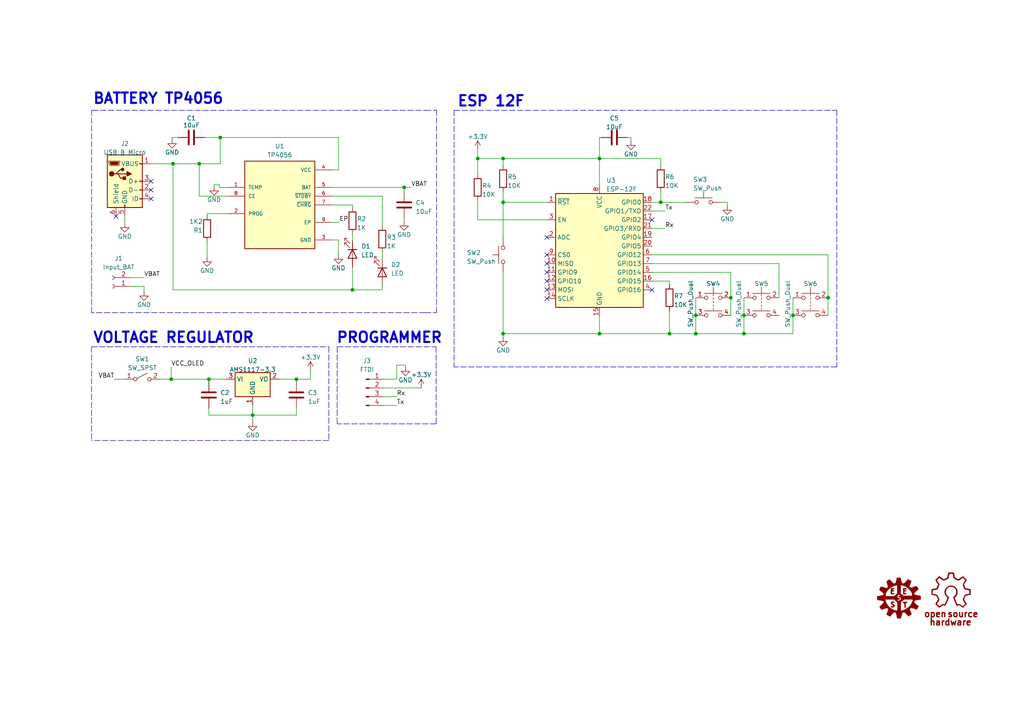
<source format=kicad_sch>
(kicad_sch (version 20230121) (generator eeschema)
  (paper "A4")
  (lib_symbols
    (symbol "Connector:Conn_01x02_Socket" (pin_names (offset 1.016) hide)
      (property "Reference" "J" (at 0 2.54 0))
      (property "Value" "Conn_01x02_Socket" (at 0 -5.08 0))
      (symbol "Conn_01x02_Socket_1_1"
        (arc (start 0 -2.032) (mid -0.5058 -2.54) (end 0 -3.048) (stroke (width 0.1524)))
        (polyline (pts (xy -1.27 -2.54) (xy -0.508 -2.54)) (stroke (width 0.1524)))
        (polyline (pts (xy -1.27 0) (xy -0.508 0)) (stroke (width 0.1524)))
        (arc (start 0 0.508) (mid -0.5058 0) (end 0 -0.508) (stroke (width 0.1524)))
        (pin passive line (at -5.08 0 0) (length 3.81) (name "Pin_1") (number "1"))
        (pin passive line (at -5.08 -2.54 0) (length 3.81) (name "Pin_2") (number "2"))
      )
    )
    (symbol "Connector:Conn_01x04_Pin" (pin_names (offset 1.016) hide)
      (property "Reference" "J" (at 0 5.08 0))
      (property "Value" "Conn_01x04_Pin" (at 0 -7.62 0))
      (symbol "Conn_01x04_Pin_1_1"
        (polyline (pts (xy 1.27 -5.08) (xy 0.8636 -5.08)) (stroke (width 0.1524)))
        (polyline (pts (xy 1.27 -2.54) (xy 0.8636 -2.54)) (stroke (width 0.1524)))
        (polyline (pts (xy 1.27 0) (xy 0.8636 0)) (stroke (width 0.1524)))
        (polyline (pts (xy 1.27 2.54) (xy 0.8636 2.54)) (stroke (width 0.1524)))
        (rectangle (start 0.8636 -4.953) (end 0 -5.207) (stroke (width 0.1524)) (fill (type outline)))
        (rectangle (start 0.8636 -2.413) (end 0 -2.667) (stroke (width 0.1524)) (fill (type outline)))
        (rectangle (start 0.8636 0.127) (end 0 -0.127) (stroke (width 0.1524)) (fill (type outline)))
        (rectangle (start 0.8636 2.667) (end 0 2.413) (stroke (width 0.1524)) (fill (type outline)))
        (pin passive line (at 5.08 2.54 180) (length 3.81) (name "Pin_1") (number "1"))
        (pin passive line (at 5.08 0 180) (length 3.81) (name "Pin_2") (number "2"))
        (pin passive line (at 5.08 -2.54 180) (length 3.81) (name "Pin_3") (number "3"))
        (pin passive line (at 5.08 -5.08 180) (length 3.81) (name "Pin_4") (number "4"))
      )
    )
    (symbol "Connector:USB_B_Micro" (pin_names (offset 1.016))
      (property "Reference" "J" (at -5.08 11.43 0))
      (property "Value" "USB_B_Micro" (at -5.08 8.89 0))
      (symbol "USB_B_Micro_0_1"
        (rectangle (start -5.08 -7.62) (end 5.08 7.62) (stroke (width 0.254)) (fill (type background)))
        (circle (center -3.81 2.159) (radius 0.635) (stroke (width 0.254)) (fill (type outline)))
        (circle (center -0.635 3.429) (radius 0.381) (stroke (width 0.254)) (fill (type outline)))
        (rectangle (start -0.127 -7.62) (end 0.127 -6.858))
        (polyline (pts (xy -1.905 2.159) (xy 0.635 2.159)) (stroke (width 0.254)))
        (polyline (pts (xy -3.175 2.159) (xy -2.54 2.159) (xy -1.27 3.429) (xy -0.635 3.429)) (stroke (width 0.254)))
        (polyline (pts (xy -2.54 2.159) (xy -1.905 2.159) (xy -1.27 0.889) (xy 0 0.889)) (stroke (width 0.254)))
        (polyline (pts (xy 0.635 2.794) (xy 0.635 1.524) (xy 1.905 2.159) (xy 0.635 2.794)) (stroke (width 0.254)) (fill (type outline)))
        (polyline (pts (xy -4.318 5.588) (xy -1.778 5.588) (xy -2.032 4.826) (xy -4.064 4.826) (xy -4.318 5.588)) (fill (type outline)))
        (polyline (pts (xy -4.699 5.842) (xy -4.699 5.588) (xy -4.445 4.826) (xy -4.445 4.572) (xy -1.651 4.572) (xy -1.651 4.826) (xy -1.397 5.588) (xy -1.397 5.842) (xy -4.699 5.842)))
        (rectangle (start 0.254 1.27) (end -0.508 0.508) (stroke (width 0.254)) (fill (type outline)))
        (rectangle (start 5.08 -5.207) (end 4.318 -4.953))
        (rectangle (start 5.08 -2.667) (end 4.318 -2.413))
        (rectangle (start 5.08 -0.127) (end 4.318 0.127))
        (rectangle (start 5.08 4.953) (end 4.318 5.207))
      )
      (symbol "USB_B_Micro_1_1"
        (pin power_out line (at 7.62 5.08 180) (length 2.54) (name "VBUS") (number "1"))
        (pin bidirectional line (at 7.62 -2.54 180) (length 2.54) (name "D-") (number "2"))
        (pin bidirectional line (at 7.62 0 180) (length 2.54) (name "D+") (number "3"))
        (pin passive line (at 7.62 -5.08 180) (length 2.54) (name "ID") (number "4"))
        (pin power_out line (at 0 -10.16 90) (length 2.54) (name "GND") (number "5"))
        (pin passive line (at -2.54 -10.16 90) (length 2.54) (name "Shield") (number "6"))
      )
    )
    (symbol "Device:C" (pin_numbers hide) (pin_names (offset 0.254))
      (property "Reference" "C" (at 0.635 2.54 0))
      (property "Value" "C" (at 0.635 -2.54 0))
      (symbol "C_0_1"
        (polyline (pts (xy -2.032 -0.762) (xy 2.032 -0.762)) (stroke (width 0.508)))
        (polyline (pts (xy -2.032 0.762) (xy 2.032 0.762)) (stroke (width 0.508)))
      )
      (symbol "C_1_1"
        (pin passive line (at 0 3.81 270) (length 2.794) (name "~") (number "1"))
        (pin passive line (at 0 -3.81 90) (length 2.794) (name "~") (number "2"))
      )
    )
    (symbol "Device:LED" (pin_numbers hide) (pin_names (offset 1.016) hide)
      (property "Reference" "D" (at 0 2.54 0))
      (property "Value" "LED" (at 0 -2.54 0))
      (symbol "LED_0_1"
        (polyline (pts (xy -1.27 -1.27) (xy -1.27 1.27)) (stroke (width 0.254)))
        (polyline (pts (xy -1.27 0) (xy 1.27 0)))
        (polyline (pts (xy 1.27 -1.27) (xy 1.27 1.27) (xy -1.27 0) (xy 1.27 -1.27)) (stroke (width 0.254)))
        (polyline (pts (xy -3.048 -0.762) (xy -4.572 -2.286) (xy -3.81 -2.286) (xy -4.572 -2.286) (xy -4.572 -1.524)))
        (polyline (pts (xy -1.778 -0.762) (xy -3.302 -2.286) (xy -2.54 -2.286) (xy -3.302 -2.286) (xy -3.302 -1.524)))
      )
      (symbol "LED_1_1"
        (pin passive line (at -3.81 0 0) (length 2.54) (name "K") (number "1"))
        (pin passive line (at 3.81 0 180) (length 2.54) (name "A") (number "2"))
      )
    )
    (symbol "Device:R" (pin_numbers hide) (pin_names (offset 0))
      (property "Reference" "R" (at 2.032 0 90))
      (property "Value" "R" (at 0 0 90))
      (symbol "R_0_1"
        (rectangle (start -1.016 -2.54) (end 1.016 2.54) (stroke (width 0.254)))
      )
      (symbol "R_1_1"
        (pin passive line (at 0 3.81 270) (length 1.27) (name "~") (number "1"))
        (pin passive line (at 0 -3.81 90) (length 1.27) (name "~") (number "2"))
      )
    )
    (symbol "EESTN5-v2:LOGO_ROTULO" (pin_names (offset 1.016))
      (symbol "LOGO_ROTULO_0_0"
        (polyline (pts (xy 1.8034 -2.921) (xy 1.8796 -2.8194) (xy 1.905 -2.6162) (xy 1.9304 -2.2352) (xy 1.9304 -1.7272) (xy 1.9558 -1.5748) (xy 2.032 -1.524) (xy 2.1844 -1.524) (xy 2.3368 -1.4732) (xy 2.4384 -1.3716) (xy 2.413 -1.3208) (xy 2.3368 -1.2446) (xy 2.1336 -1.2192) (xy 1.2954 -1.2192) (xy 1.143 -1.27) (xy 1.1176 -1.3716) (xy 1.143 -1.4478) (xy 1.3716 -1.524) (xy 1.4224 -1.524) (xy 1.524 -1.5494) (xy 1.5748 -1.6256) (xy 1.6002 -1.8542) (xy 1.6256 -2.2352) (xy 1.6256 -2.7432) (xy 1.6764 -2.8956) (xy 1.778 -2.9464) (xy 1.8034 -2.921)) (stroke (width 0.0254)) (fill (type outline)))
        (polyline (pts (xy -1.5748 1.0414) (xy -1.397 1.0922) (xy -1.3208 1.1684) (xy -1.3462 1.1938) (xy -1.4224 1.2954) (xy -1.6764 1.3208) (xy -1.905 1.3462) (xy -2.0066 1.4224) (xy -2.032 1.5748) (xy -2.032 1.7018) (xy -1.9558 1.8034) (xy -1.7272 1.8288) (xy -1.524 1.8796) (xy -1.4224 1.9812) (xy -1.4986 2.1082) (xy -1.7272 2.1336) (xy -1.9558 2.1844) (xy -2.032 2.286) (xy -2.032 2.3114) (xy -1.9558 2.413) (xy -1.6764 2.4384) (xy -1.651 2.4638) (xy -1.4224 2.4892) (xy -1.3208 2.5908) (xy -1.3716 2.6924) (xy -1.524 2.7432) (xy -2.3368 2.7432) (xy -2.3368 1.016) (xy -1.8288 1.016) (xy -1.5748 1.0414)) (stroke (width 0.0254)) (fill (type outline)))
        (polyline (pts (xy 1.9812 1.0414) (xy 2.159 1.0922) (xy 2.2352 1.1684) (xy 2.2098 1.1938) (xy 2.1336 1.2954) (xy 1.8796 1.3208) (xy 1.651 1.3462) (xy 1.5494 1.4224) (xy 1.524 1.5748) (xy 1.524 1.7018) (xy 1.6002 1.8034) (xy 1.8288 1.8288) (xy 2.032 1.8796) (xy 2.1336 1.9812) (xy 2.0574 2.1082) (xy 1.8288 2.1336) (xy 1.6002 2.1844) (xy 1.524 2.286) (xy 1.524 2.3114) (xy 1.6002 2.413) (xy 1.8796 2.4384) (xy 1.905 2.4638) (xy 2.1336 2.4892) (xy 2.2352 2.5908) (xy 2.1844 2.6924) (xy 2.032 2.7432) (xy 1.2192 2.7432) (xy 1.2192 1.016) (xy 1.7272 1.016) (xy 1.9812 1.0414)) (stroke (width 0.0254)) (fill (type outline)))
        (polyline (pts (xy -1.6256 -2.7686) (xy -1.4224 -2.667) (xy -1.27 -2.4892) (xy -1.2446 -2.2606) (xy -1.397 -2.0066) (xy -1.778 -1.778) (xy -1.905 -1.6764) (xy -2.032 -1.524) (xy -2.032 -1.4478) (xy -1.9304 -1.4224) (xy -1.4732 -1.4732) (xy -1.3716 -1.4478) (xy -1.3462 -1.3208) (xy -1.4732 -1.1684) (xy -1.7272 -1.1176) (xy -1.9812 -1.143) (xy -2.1844 -1.27) (xy -2.2606 -1.3208) (xy -2.3368 -1.5748) (xy -2.2352 -1.8288) (xy -1.9304 -2.032) (xy -1.6764 -2.2098) (xy -1.6002 -2.3368) (xy -1.6764 -2.4384) (xy -1.9558 -2.4638) (xy -1.9812 -2.4638) (xy -2.2606 -2.4892) (xy -2.3622 -2.6162) (xy -2.286 -2.7686) (xy -2.159 -2.8194) (xy -1.905 -2.8194) (xy -1.6256 -2.7686)) (stroke (width 0.0254)) (fill (type outline)))
        (polyline (pts (xy 0.762 -5.1816) (xy 0.8128 -4.953) (xy 0.9144 -4.6228) (xy 0.9906 -4.445) (xy 1.0922 -4.318) (xy 1.2446 -4.2418) (xy 1.3716 -4.2164) (xy 1.524 -4.2164) (xy 1.6764 -4.2926) (xy 1.8796 -4.4704) (xy 2.794 -5.3848) (xy 3.2258 -5.1054) (xy 3.3782 -5.0038) (xy 3.556 -4.8514) (xy 3.6576 -4.7498) (xy 3.6068 -4.6482) (xy 3.5306 -4.4196) (xy 3.4036 -4.0894) (xy 3.302 -3.8862) (xy 3.175 -3.5814) (xy 3.1496 -3.3782) (xy 3.2004 -3.2258) (xy 3.429 -2.9972) (xy 3.556 -2.9464) (xy 3.7084 -2.9718) (xy 3.9624 -3.0226) (xy 4.3688 -3.1496) (xy 5.1562 -3.429) (xy 5.4102 -2.9718) (xy 5.5118 -2.8194) (xy 5.6388 -2.5908) (xy 5.6896 -2.4892) (xy 5.6642 -2.4892) (xy 5.5626 -2.3622) (xy 5.3086 -2.1844) (xy 5.0038 -1.9558) (xy 4.6736 -1.6764) (xy 4.445 -1.4732) (xy 4.3942 -1.3208) (xy 4.4196 -1.27) (xy 4.4704 -1.0922) (xy 4.572 -0.9144) (xy 4.7752 -0.762) (xy 5.0292 -0.7112) (xy 5.1308 -0.6858) (xy 5.4356 -0.6604) (xy 5.7658 -0.5842) (xy 6.2992 -0.4826) (xy 6.2992 0.0254) (xy 6.2738 0.0508) (xy 6.2738 0.3048) (xy 6.223 0.4572) (xy 6.096 0.5588) (xy 5.842 0.6096) (xy 5.4356 0.6604) (xy 5.1054 0.7112) (xy 4.7752 0.7874) (xy 4.572 0.8382) (xy 4.4704 0.9398) (xy 4.4196 1.0922) (xy 4.4196 1.2446) (xy 4.5212 1.397) (xy 4.699 1.6256) (xy 5.0292 1.905) (xy 5.1562 2.0066) (xy 5.6134 2.4638) (xy 5.6642 2.54) (xy 5.6642 2.5908) (xy 5.5372 2.7686) (xy 5.334 2.9972) (xy 5.0292 3.3782) (xy 3.4544 2.8194) (xy 3.2258 3.0226) (xy 2.9972 3.2512) (xy 3.302 3.9878) (xy 3.3274 4.0894) (xy 3.4544 4.4196) (xy 3.556 4.6736) (xy 3.5814 4.7752) (xy 3.5052 4.8514) (xy 3.302 4.9784) (xy 3.048 5.1308) (xy 2.8448 5.2324) (xy 2.7178 5.2832) (xy 2.6924 5.2832) (xy 2.5908 5.2324) (xy 2.4384 5.1054) (xy 2.2098 4.8768) (xy 1.8796 4.4958) (xy 1.524 4.1402) (xy 1.3716 4.0894) (xy 1.143 4.1148) (xy 0.889 4.2164) (xy 0.7874 4.3434) (xy 0.7366 4.5974) (xy 0.635 5.0038) (xy 0.4572 5.7912) (xy -0.5842 5.7912) (xy -0.7112 5.1054) (xy -0.8128 4.699) (xy -0.889 4.4196) (xy -0.9652 4.2418) (xy -1.0922 4.1656) (xy -1.2954 4.1148) (xy -1.524 4.1148) (xy -1.6764 4.191) (xy -1.8796 4.3688) (xy -2.1336 4.6736) (xy -2.6924 5.2832) (xy -3.0988 5.0546) (xy -3.2258 4.953) (xy -3.4544 4.8006) (xy -3.556 4.6736) (xy -3.5306 4.5212) (xy -3.4544 4.2164) (xy -3.3528 3.8608) (xy -3.1242 3.175) (xy -3.3528 2.9464) (xy -3.556 2.7178) (xy -4.0386 2.8956) (xy -4.572 3.0734) (xy -4.9022 3.1496) (xy -5.0546 3.1496) (xy -5.2324 3.1242) (xy -5.3594 3.0226) (xy -5.5118 2.7432) (xy -5.5626 2.6162) (xy -5.6388 2.3876) (xy -5.6388 2.2606) (xy -5.5118 2.1336) (xy -5.2832 1.9558) (xy -4.9784 1.7018) (xy -4.7752 1.524) (xy -4.5466 1.3208) (xy -4.4704 1.143) (xy -4.445 0.9906) (xy -4.4704 0.889) (xy -4.5212 0.8128) (xy -4.6228 0.7366) (xy -4.826 0.6858) (xy -5.1562 0.6096) (xy -5.6388 0.508) (xy -6.1722 0.4064) (xy -3.8608 0.4064) (xy -3.8608 0.7874) (xy -3.8354 1.1176) (xy -3.6068 1.6256) (xy -3.2512 2.159) (xy -2.7686 2.6416) (xy -2.6416 2.7432) (xy -2.159 3.048) (xy -1.651 3.3274) (xy -1.1684 3.5052) (xy -0.762 3.556) (xy -0.508 3.556) (xy -0.508 1.1938) (xy -0.5588 1.143) (xy 0.508 1.143) (xy 0.508 3.429) (xy 0.5588 3.5814) (xy 0.6096 3.6322) (xy 0.6858 3.6322) (xy 0.9144 3.5814) (xy 1.1938 3.5052) (xy 1.3462 3.4798) (xy 1.9304 3.2512) (xy 2.4892 2.8702) (xy 2.9972 2.413) (xy 3.429 1.905) (xy 3.7338 1.3716) (xy 3.8608 0.8636) (xy 3.9116 0.5588) (xy 2.5654 0.5334) (xy 2.0066 0.5334) (xy 1.5748 0.5588) (xy 1.2954 0.5842) (xy 1.2192 0.6096) (xy 1.0668 0.762) (xy 0.8636 0.9144) (xy 0.508 1.143) (xy -0.5588 1.143) (xy -0.9398 0.8128) (xy -1.3716 0.4064) (xy -3.8608 0.4064) (xy -6.1722 0.4064) (xy -6.3246 0.381) (xy -6.2992 -0.127) (xy -6.2738 -0.508) (xy -3.9878 -0.508) (xy -1.3208 -0.508) (xy -1.1938 -0.6604) (xy -0.508 -0.6604) (xy -0.4318 -0.5588) (xy -0.127 -0.5334) (xy 0.0762 -0.5334) (xy 0.2032 -0.4826) (xy 0.254 -0.3556) (xy 0.2286 -0.2794) (xy 0.1524 -0.1524) (xy -0.0762 -0.1016) (xy -0.2032 -0.1016) (xy -0.3556 -0.0508) (xy -0.4064 0.1016) (xy -0.4064 0.8128) (xy 0.2286 0.8128) (xy 0.4318 0.762) (xy 0.508 0.6604) (xy 0.4318 0.5588) (xy 0.2032 0.508) (xy 0 0.4826) (xy -0.1016 0.4064) (xy -0.0254 0.2794) (xy 0.2286 0.1524) (xy 0.3556 0.127) (xy 0.508 -0.0254) (xy 0.5842 -0.254) (xy 0.5842 -0.2794) (xy 0.5588 -0.5588) (xy 0.381 -0.7366) (xy 0.3302 -0.762) (xy 0.0508 -0.8636) (xy -0.2286 -0.889) (xy -0.4318 -0.8128) (xy -0.508 -0.6604) (xy -1.1938 -0.6604) (xy -1.016 -0.8636) (xy -0.9144 -0.9652) (xy -0.7112 -1.143) (xy -0.5588 -1.2192) (xy -0.508 -1.2192) (xy -0.4572 -1.3462) (xy -0.4318 -1.5494) (xy -0.4318 -1.9304) (xy -0.4318 -2.032) (xy 0.508 -2.032) (xy 0.5334 -1.5748) (xy 0.5588 -1.2954) (xy 0.5842 -1.2192) (xy 0.6604 -1.1938) (xy 0.8382 -1.0414) (xy 1.0922 -0.8636) (xy 1.4732 -0.508) (xy 4.064 -0.508) (xy 3.9878 -0.8382) (xy 3.9878 -0.889) (xy 3.81 -1.3462) (xy 3.556 -1.8542) (xy 3.2258 -2.3368) (xy 2.921 -2.667) (xy 2.6924 -2.8448) (xy 2.3114 -3.1242) (xy 1.9304 -3.3274) (xy 1.6256 -3.4798) (xy 1.2192 -3.6322) (xy 0.9144 -3.7338) (xy 0.508 -3.8354) (xy 0.508 -2.032) (xy -0.4318 -2.032) (xy -0.4064 -2.4892) (xy -0.4064 -2.8448) (xy -0.4318 -3.302) (xy -0.4572 -3.5814) (xy -0.5588 -3.7084) (xy -0.7366 -3.7592) (xy -0.9906 -3.683) (xy -1.3716 -3.5814) (xy -1.9304 -3.3528) (xy -2.6162 -2.8956) (xy -3.175 -2.286) (xy -3.6322 -1.5748) (xy -3.9116 -0.7874) (xy -3.9878 -0.508) (xy -6.2738 -0.508) (xy -6.2484 -0.635) (xy -5.3848 -0.7874) (xy -5.0546 -0.8382) (xy -4.7498 -0.9144) (xy -4.572 -0.9652) (xy -4.4704 -1.0668) (xy -4.4196 -1.1938) (xy -4.4196 -1.3716) (xy -4.4958 -1.524) (xy -4.6736 -1.7272) (xy -4.9784 -2.032) (xy -5.08 -2.1082) (xy -5.5372 -2.5654) (xy -5.6134 -2.6924) (xy -5.588 -2.7178) (xy -5.4864 -2.8956) (xy -5.3086 -3.1242) (xy -5.0292 -3.4798) (xy -4.2164 -3.2004) (xy -3.8608 -3.0734) (xy -3.6068 -2.9972) (xy -3.429 -2.9972) (xy -3.3274 -3.0226) (xy -3.2258 -3.1242) (xy -3.1496 -3.2258) (xy -3.0988 -3.3274) (xy -3.0988 -3.4798) (xy -3.175 -3.7084) (xy -3.302 -4.1148) (xy -3.3528 -4.2418) (xy -3.4544 -4.572) (xy -3.5306 -4.826) (xy -3.5306 -4.9276) (xy -3.5052 -4.953) (xy -3.302 -5.0546) (xy -3.048 -5.207) (xy -2.5654 -5.461) (xy -2.0574 -4.826) (xy -1.7526 -4.4958) (xy -1.524 -4.318) (xy -1.3462 -4.2418) (xy -1.1684 -4.2418) (xy -1.016 -4.2926) (xy -0.9144 -4.3942) (xy -0.8128 -4.5974) (xy -0.7112 -4.9276) (xy -0.6096 -5.4102) (xy -0.508 -5.9944) (xy 0.5842 -5.9944) (xy 0.762 -5.1816)) (stroke (width 0.0254)) (fill (type outline)))
      )
    )
    (symbol "EESTN5-v2:OSHWA" (pin_names (offset 1.016))
      (symbol "OSHWA_0_0"
        (polyline (pts (xy 5.7912 2.667) (xy 5.5372 2.7178) (xy 5.4864 2.7432) (xy 5.4864 1.8796) (xy 5.4864 1.8288) (xy 5.4864 1.6002) (xy 5.4864 1.4732) (xy 5.4102 1.3716) (xy 5.2832 1.3208) (xy 5.0038 1.27) (xy 4.6228 1.1938) (xy 4.572 1.1684) (xy 4.318 1.1176) (xy 4.1656 1.0414) (xy 4.0386 0.889) (xy 3.937 0.6604) (xy 3.8354 0.4064) (xy 3.683 0.0762) (xy 3.6068 -0.1778) (xy 3.5814 -0.3556) (xy 3.6322 -0.5334) (xy 3.7592 -0.7366) (xy 3.9116 -0.9906) (xy 4.318 -1.5494) (xy 3.937 -1.9304) (xy 3.5814 -2.3114) (xy 3.048 -1.9558) (xy 2.794 -1.778) (xy 2.5654 -1.651) (xy 2.3876 -1.6256) (xy 2.2098 -1.6256) (xy 1.905 -1.6764) (xy 1.4986 -0.7112) (xy 1.1176 0.2286) (xy 1.397 0.508) (xy 1.5748 0.6604) (xy 1.8034 1.016) (xy 1.9304 1.397) (xy 1.9812 1.8542) (xy 1.9812 1.9304) (xy 1.9558 2.2606) (xy 1.905 2.54) (xy 1.7526 2.8194) (xy 1.4732 3.175) (xy 1.0668 3.5052) (xy 0.5842 3.683) (xy 0.1016 3.7338) (xy -0.4064 3.6576) (xy -0.889 3.429) (xy -1.2954 3.048) (xy -1.3462 2.9972) (xy -1.6256 2.5146) (xy -1.7526 2.0066) (xy -1.7018 1.4986) (xy -1.4986 0.9906) (xy -1.143 0.508) (xy -0.8636 0.2032) (xy -1.2446 -0.7366) (xy -1.651 -1.6764) (xy -1.9558 -1.6256) (xy -2.1082 -1.6256) (xy -2.286 -1.651) (xy -2.4892 -1.7526) (xy -2.7686 -1.9304) (xy -3.2766 -2.2606) (xy -3.6576 -1.905) (xy -4.0132 -1.524) (xy -3.6322 -0.9652) (xy -3.2766 -0.4064) (xy -3.429 0.0254) (xy -3.4544 0.1016) (xy -3.6068 0.508) (xy -3.7338 0.7874) (xy -3.8862 0.9906) (xy -4.0894 1.0922) (xy -4.3688 1.1938) (xy -4.7752 1.27) (xy -5.2578 1.3716) (xy -5.2324 1.905) (xy -5.207 2.413) (xy -4.5212 2.54) (xy -3.8608 2.667) (xy -3.5814 3.2512) (xy -3.556 3.302) (xy -3.4036 3.6068) (xy -3.3274 3.8862) (xy -3.2766 4.0386) (xy -3.3274 4.2164) (xy -3.4544 4.445) (xy -3.6322 4.7244) (xy -3.6576 4.7498) (xy -3.81 5.0292) (xy -3.937 5.207) (xy -3.9878 5.3086) (xy -3.9878 5.334) (xy -3.8862 5.461) (xy -3.7338 5.6388) (xy -3.5306 5.8166) (xy -3.3782 5.969) (xy -3.2766 6.0198) (xy -3.1496 5.9436) (xy -2.9464 5.8166) (xy -2.6924 5.6388) (xy -2.6162 5.588) (xy -2.3622 5.4102) (xy -2.159 5.3086) (xy -2.032 5.2578) (xy -1.8796 5.3086) (xy -1.6256 5.3848) (xy -1.3208 5.5118) (xy -1.2446 5.5372) (xy -0.9144 5.6896) (xy -0.7112 5.842) (xy -0.635 5.969) (xy -0.6096 6.096) (xy -0.5588 6.3754) (xy -0.4826 6.6802) (xy -0.381 7.239) (xy 0.127 7.239) (xy 0.635 7.239) (xy 0.7366 6.731) (xy 0.7874 6.477) (xy 0.8636 6.1722) (xy 0.9398 5.9436) (xy 1.0414 5.8166) (xy 1.1684 5.715) (xy 1.3462 5.6134) (xy 1.4478 5.5626) (xy 1.778 5.4356) (xy 2.032 5.334) (xy 2.1844 5.2832) (xy 2.3114 5.2832) (xy 2.4638 5.334) (xy 2.667 5.4356) (xy 2.9464 5.6388) (xy 3.556 6.0452) (xy 3.937 5.6896) (xy 4.2926 5.3086) (xy 3.9116 4.7498) (xy 3.8354 4.6228) (xy 3.683 4.318) (xy 3.5814 4.0894) (xy 3.6068 3.8354) (xy 3.683 3.5306) (xy 3.8862 3.1496) (xy 4.1148 2.667) (xy 4.7752 2.54) (xy 5.461 2.413) (xy 5.4864 1.8796) (xy 5.4864 2.7432) (xy 5.4102 2.7432) (xy 5.1054 2.8194) (xy 4.8006 2.8956) (xy 4.2926 2.9718) (xy 4.064 3.5306) (xy 3.81 4.0894) (xy 4.2418 4.7244) (xy 4.6736 5.3594) (xy 4.1148 5.9182) (xy 3.5814 6.4516) (xy 2.921 6.0198) (xy 2.286 5.5626) (xy 1.7526 5.7912) (xy 1.1938 6.0452) (xy 1.0922 6.5532) (xy 1.0668 6.8072) (xy 0.9906 7.0866) (xy 0.9652 7.3152) (xy 0.9144 7.5438) (xy 0.127 7.5438) (xy -0.6604 7.5438) (xy -0.762 6.9342) (xy -0.8128 6.6802) (xy -0.889 6.35) (xy -0.9652 6.1214) (xy -1.0922 5.9944) (xy -1.27 5.8928) (xy -1.524 5.7658) (xy -2.032 5.588) (xy -2.667 6.0198) (xy -3.3274 6.477) (xy -3.8608 5.9182) (xy -4.4196 5.3594) (xy -3.9878 4.7244) (xy -3.556 4.0894) (xy -3.7846 3.556) (xy -3.7846 3.5306) (xy -3.8862 3.2766) (xy -3.9878 3.0734) (xy -4.0132 2.9972) (xy -4.0386 2.9718) (xy -4.191 2.9464) (xy -4.445 2.8956) (xy -4.7752 2.8194) (xy -5.5118 2.6924) (xy -5.5118 1.905) (xy -5.5118 1.143) (xy -4.9022 1.016) (xy -4.8768 1.016) (xy -4.5466 0.9652) (xy -4.2926 0.889) (xy -4.1402 0.8382) (xy -4.1148 0.8128) (xy -4.0132 0.6604) (xy -3.8862 0.4318) (xy -3.7592 0.1524) (xy -3.683 -0.1016) (xy -3.6576 -0.3048) (xy -3.7084 -0.4572) (xy -3.8608 -0.6858) (xy -4.0386 -0.9652) (xy -4.4196 -1.524) (xy -3.8862 -2.0828) (xy -3.7846 -2.2098) (xy -3.556 -2.413) (xy -3.3782 -2.5654) (xy -3.3274 -2.6162) (xy -3.302 -2.6162) (xy -3.2004 -2.54) (xy -2.9972 -2.413) (xy -2.7178 -2.2352) (xy -2.5654 -2.1082) (xy -2.3368 -1.9558) (xy -2.1844 -1.905) (xy -2.0574 -1.905) (xy -1.905 -1.9304) (xy -1.7018 -2.0066) (xy -1.5748 -2.0574) (xy -1.5494 -2.032) (xy -1.4732 -1.8796) (xy -1.3462 -1.6256) (xy -1.1684 -1.27) (xy -0.9906 -0.8636) (xy -0.4826 0.3556) (xy -0.8382 0.6604) (xy -1.016 0.8128) (xy -1.27 1.2192) (xy -1.4224 1.651) (xy -1.4224 2.1082) (xy -1.2954 2.5146) (xy -1.0922 2.8956) (xy -0.762 3.2004) (xy -0.3556 3.4036) (xy 0.1524 3.4798) (xy 0.4826 3.429) (xy 0.9144 3.2766) (xy 1.27 2.9718) (xy 1.5494 2.5908) (xy 1.6764 2.159) (xy 1.6764 1.8288) (xy 1.6256 1.4478) (xy 1.4732 1.0922) (xy 1.1684 0.762) (xy 0.762 0.3556) (xy 1.2446 -0.8128) (xy 1.3208 -1.016) (xy 1.4732 -1.397) (xy 1.6256 -1.7272) (xy 1.7272 -1.9558) (xy 1.778 -2.0574) (xy 1.8796 -2.0828) (xy 2.032 -2.0066) (xy 2.1844 -1.905) (xy 2.3114 -1.8796) (xy 2.4892 -1.905) (xy 2.7178 -2.032) (xy 3.0226 -2.2352) (xy 3.5814 -2.6416) (xy 4.1402 -2.0828) (xy 4.6736 -1.524) (xy 4.2926 -0.9652) (xy 4.2164 -0.8636) (xy 4.064 -0.6096) (xy 3.937 -0.381) (xy 3.8862 -0.2794) (xy 3.8862 -0.254) (xy 3.937 -0.0762) (xy 4.0386 0.1778) (xy 4.1402 0.4572) (xy 4.2418 0.6858) (xy 4.318 0.7874) (xy 4.3434 0.8128) (xy 4.4958 0.8636) (xy 4.7498 0.9398) (xy 5.08 1.016) (xy 5.7912 1.143) (xy 5.7912 1.905) (xy 5.7912 2.667) (xy 5.7912 2.667)) (stroke (width 0.0254)) (fill (type outline)))
        (text "hardware" (at -0.0254 -6.858 0) (effects (font (size 1.778 1.778) bold)))
        (text "open" (at -4.445 -4.445 0) (effects (font (size 1.778 1.778) bold)))
        (text "source" (at 3.556 -4.445 0) (effects (font (size 1.778 1.778) bold)))
      )
    )
    (symbol "RF_Module:ESP-12F"
      (property "Reference" "U" (at -12.7 19.05 0))
      (property "Value" "ESP-12F" (at 12.7 19.05 0))
      (symbol "ESP-12F_0_1"
        (rectangle (start -12.7 17.78) (end 12.7 -15.24) (stroke (width 0.254)) (fill (type background)))
      )
      (symbol "ESP-12F_1_1"
        (pin input line (at -15.24 15.24 0) (length 2.54) (name "~{RST}") (number "1"))
        (pin bidirectional line (at -15.24 -2.54 0) (length 2.54) (name "MISO") (number "10"))
        (pin bidirectional line (at -15.24 -5.08 0) (length 2.54) (name "GPIO9") (number "11"))
        (pin bidirectional line (at -15.24 -7.62 0) (length 2.54) (name "GPIO10") (number "12"))
        (pin bidirectional line (at -15.24 -10.16 0) (length 2.54) (name "MOSI") (number "13"))
        (pin bidirectional line (at -15.24 -12.7 0) (length 2.54) (name "SCLK") (number "14"))
        (pin power_in line (at 0 -17.78 90) (length 2.54) (name "GND") (number "15"))
        (pin bidirectional line (at 15.24 -7.62 180) (length 2.54) (name "GPIO15") (number "16"))
        (pin bidirectional line (at 15.24 10.16 180) (length 2.54) (name "GPIO2") (number "17"))
        (pin bidirectional line (at 15.24 15.24 180) (length 2.54) (name "GPIO0") (number "18"))
        (pin bidirectional line (at 15.24 5.08 180) (length 2.54) (name "GPIO4") (number "19"))
        (pin input line (at -15.24 5.08 0) (length 2.54) (name "ADC") (number "2"))
        (pin bidirectional line (at 15.24 2.54 180) (length 2.54) (name "GPIO5") (number "20"))
        (pin bidirectional line (at 15.24 7.62 180) (length 2.54) (name "GPIO3/RXD") (number "21"))
        (pin bidirectional line (at 15.24 12.7 180) (length 2.54) (name "GPIO1/TXD") (number "22"))
        (pin input line (at -15.24 10.16 0) (length 2.54) (name "EN") (number "3"))
        (pin bidirectional line (at 15.24 -10.16 180) (length 2.54) (name "GPIO16") (number "4"))
        (pin bidirectional line (at 15.24 -5.08 180) (length 2.54) (name "GPIO14") (number "5"))
        (pin bidirectional line (at 15.24 0 180) (length 2.54) (name "GPIO12") (number "6"))
        (pin bidirectional line (at 15.24 -2.54 180) (length 2.54) (name "GPIO13") (number "7"))
        (pin power_in line (at 0 20.32 270) (length 2.54) (name "VCC") (number "8"))
        (pin input line (at -15.24 0 0) (length 2.54) (name "CS0") (number "9"))
      )
    )
    (symbol "Regulator_Linear:AMS1117-3.3"
      (property "Reference" "U" (at -3.81 3.175 0))
      (property "Value" "AMS1117-3.3" (at 0 3.175 0))
      (symbol "AMS1117-3.3_0_1"
        (rectangle (start -5.08 -5.08) (end 5.08 1.905) (stroke (width 0.254)) (fill (type background)))
      )
      (symbol "AMS1117-3.3_1_1"
        (pin power_in line (at 0 -7.62 90) (length 2.54) (name "GND") (number "1"))
        (pin power_out line (at 7.62 0 180) (length 2.54) (name "VO") (number "2"))
        (pin power_in line (at -7.62 0 0) (length 2.54) (name "VI") (number "3"))
      )
    )
    (symbol "Switch:SW_Push" (pin_numbers hide) (pin_names (offset 1.016) hide)
      (property "Reference" "SW" (at 1.27 2.54 0))
      (property "Value" "SW_Push" (at 0 -1.524 0))
      (symbol "SW_Push_0_1"
        (circle (center -2.032 0) (radius 0.508))
        (polyline (pts (xy 0 1.27) (xy 0 3.048)))
        (polyline (pts (xy 2.54 1.27) (xy -2.54 1.27)))
        (circle (center 2.032 0) (radius 0.508))
        (pin passive line (at -5.08 0 0) (length 2.54) (name "1") (number "1"))
        (pin passive line (at 5.08 0 180) (length 2.54) (name "2") (number "2"))
      )
    )
    (symbol "Switch:SW_Push_Dual" (pin_names (offset 1.016) hide)
      (property "Reference" "SW" (at 1.27 2.54 0))
      (property "Value" "SW_Push_Dual" (at 0 -6.858 0))
      (symbol "SW_Push_Dual_0_1"
        (circle (center -2.032 -5.08) (radius 0.508))
        (circle (center -2.032 0) (radius 0.508))
        (polyline (pts (xy 0 -3.048) (xy 0 -3.556)))
        (polyline (pts (xy 0 -2.032) (xy 0 -2.54)))
        (polyline (pts (xy 0 -1.524) (xy 0 -1.016)))
        (polyline (pts (xy 0 -0.508) (xy 0 0)))
        (polyline (pts (xy 0 0.508) (xy 0 1.016)))
        (polyline (pts (xy 0 1.27) (xy 0 3.048)))
        (polyline (pts (xy 2.54 -3.81) (xy -2.54 -3.81)))
        (polyline (pts (xy 2.54 1.27) (xy -2.54 1.27)))
        (circle (center 2.032 -5.08) (radius 0.508))
        (circle (center 2.032 0) (radius 0.508))
        (pin passive line (at -5.08 0 0) (length 2.54) (name "1") (number "1"))
        (pin passive line (at 5.08 0 180) (length 2.54) (name "2") (number "2"))
        (pin passive line (at -5.08 -5.08 0) (length 2.54) (name "3") (number "3"))
        (pin passive line (at 5.08 -5.08 180) (length 2.54) (name "4") (number "4"))
      )
    )
    (symbol "Switch:SW_SPST" (pin_names (offset 0) hide)
      (property "Reference" "SW" (at 0 3.175 0))
      (property "Value" "SW_SPST" (at 0 -2.54 0))
      (symbol "SW_SPST_0_0"
        (circle (center -2.032 0) (radius 0.508))
        (polyline (pts (xy -1.524 0.254) (xy 1.524 1.778)))
        (circle (center 2.032 0) (radius 0.508))
      )
      (symbol "SW_SPST_1_1"
        (pin passive line (at -5.08 0 0) (length 2.54) (name "A") (number "1"))
        (pin passive line (at 5.08 0 180) (length 2.54) (name "B") (number "2"))
      )
    )
    (symbol "TP4056_2:TP4056" (pin_names (offset 1.016))
      (property "Reference" "U" (at -10.16 13.208 0))
      (property "Value" "TP4056" (at -10.16 -15.24 0))
      (symbol "TP4056_0_0"
        (rectangle (start -10.16 -12.7) (end 10.16 12.7) (stroke (width 0.254)) (fill (type background)))
        (pin input line (at -15.24 5.08 0) (length 5.08) (name "TEMP") (number "1"))
        (pin bidirectional line (at -15.24 -2.54 0) (length 5.08) (name "PROG") (number "2"))
        (pin power_in line (at 15.24 -10.16 180) (length 5.08) (name "GND") (number "3"))
        (pin power_in line (at 15.24 10.16 180) (length 5.08) (name "VCC") (number "4"))
        (pin output line (at 15.24 5.08 180) (length 5.08) (name "BAT") (number "5"))
        (pin output line (at 15.24 2.54 180) (length 5.08) (name "~{STDBY}") (number "6"))
        (pin output line (at 15.24 0 180) (length 5.08) (name "~{CHRG}") (number "7"))
        (pin input line (at -15.24 2.54 0) (length 5.08) (name "CE") (number "8"))
        (pin passive line (at 15.24 -5.08 180) (length 5.08) (name "EP") (number "9"))
      )
    )
    (symbol "power:+3.3V" (power) (pin_names (offset 0))
      (property "Value" "+3.3V" (at 0 3.556 0))
      (symbol "+3.3V_0_1"
        (polyline (pts (xy -0.762 1.27) (xy 0 2.54)))
        (polyline (pts (xy 0 0) (xy 0 2.54)))
        (polyline (pts (xy 0 2.54) (xy 0.762 1.27)))
      )
      (symbol "+3.3V_1_1"
        (pin power_in line (at 0 0 90) (length 0) hide (name "+3.3V") (number "1"))
      )
    )
    (symbol "power:GND" (power) (pin_names (offset 0))
      (property "Value" "GND" (at 0 -3.81 0))
      (symbol "GND_0_1"
        (polyline (pts (xy 0 0) (xy 0 -1.27) (xy 1.27 -1.27) (xy 0 -2.54) (xy -1.27 -1.27) (xy 0 -1.27)))
      )
      (symbol "GND_1_1"
        (pin power_in line (at 0 0 270) (length 0) hide (name "GND") (number "1"))
      )
    )
  )
  (junction (at 102.235 84.074))
  (junction (at 194.183 96.774))
  (junction (at 145.923 96.774))
  (junction (at 240.157 86.36))
  (junction (at 60.579 109.982))
  (junction (at 138.557 45.974))
  (junction (at 49.657 109.982))
  (junction (at 145.923 58.674))
  (junction (at 173.863 96.774))
  (junction (at 229.997 91.44))
  (junction (at 57.785 47.498))
  (junction (at 211.963 86.36))
  (junction (at 191.643 58.674))
  (junction (at 173.863 45.974))
  (junction (at 201.803 91.44))
  (junction (at 215.773 96.774))
  (junction (at 50.165 47.498))
  (junction (at 73.279 120.396))
  (junction (at 63.881 39.878))
  (junction (at 145.923 45.974))
  (junction (at 201.803 96.774))
  (junction (at 117.221 54.356))
  (junction (at 215.773 91.44))
  (junction (at 85.979 109.982))
  (no_connect (at 158.623 73.914))
  (no_connect (at 43.815 52.578))
  (no_connect (at 158.623 86.614))
  (no_connect (at 189.103 84.074))
  (no_connect (at 33.655 62.738))
  (no_connect (at 158.623 78.994))
  (no_connect (at 43.815 55.118))
  (no_connect (at 43.815 57.658))
  (no_connect (at 189.103 63.754))
  (no_connect (at 158.623 76.454))
  (no_connect (at 158.623 68.834))
  (no_connect (at 158.623 84.074))
  (no_connect (at 158.623 81.534))
  (wire (pts (xy 49.911 39.878) (xy 51.689 39.878)))
  (wire (pts (xy 211.963 86.36) (xy 211.963 91.44)))
  (wire (pts (xy 59.309 39.878) (xy 63.881 39.878)))
  (wire (pts (xy 189.103 58.674) (xy 191.643 58.674)))
  (wire (pts (xy 98.171 49.276) (xy 96.393 49.276)))
  (wire (pts (xy 138.557 45.974) (xy 145.923 45.974)))
  (wire (pts (xy 174.371 39.878) (xy 173.863 39.878)))
  (wire (pts (xy 240.157 73.914) (xy 240.157 86.36)))
  (wire (pts (xy 145.923 55.626) (xy 145.923 58.674)))
  (wire (pts (xy 192.913 66.294) (xy 189.103 66.294)))
  (wire (pts (xy 229.997 91.44) (xy 229.997 96.774)))
  (polyline (pts (xy 95.377 127.762) (xy 26.543 127.762)) (stroke (width 0) (type dash)))
  (polyline (pts (xy 126.492 100.584) (xy 126.492 122.936)) (stroke (width 0) (type dash)))
  (wire (pts (xy 65.913 54.356) (xy 63.627 54.356)))
  (wire (pts (xy 173.863 39.878) (xy 173.863 45.974)))
  (wire (pts (xy 115.062 115.062) (xy 111.252 115.062)))
  (wire (pts (xy 145.923 78.994) (xy 145.923 96.774)))
  (wire (pts (xy 215.773 91.44) (xy 215.773 96.774)))
  (wire (pts (xy 60.071 74.676) (xy 60.071 70.104)))
  (wire (pts (xy 50.165 47.498) (xy 50.165 84.074)))
  (wire (pts (xy 229.997 86.36) (xy 229.997 91.44)))
  (polyline (pts (xy 95.377 100.584) (xy 95.377 127.762)) (stroke (width 0) (type dash)))
  (wire (pts (xy 63.881 39.878) (xy 63.881 47.498)))
  (wire (pts (xy 229.997 96.774) (xy 215.773 96.774)))
  (wire (pts (xy 210.947 58.674) (xy 210.947 59.69)))
  (wire (pts (xy 117.602 105.918) (xy 115.062 105.918)))
  (wire (pts (xy 60.579 110.744) (xy 60.579 109.982)))
  (polyline (pts (xy 123.317 90.678) (xy 126.619 90.678)) (stroke (width 0) (type dash)))
  (wire (pts (xy 191.643 55.626) (xy 191.643 58.674)))
  (polyline (pts (xy 26.543 90.678) (xy 26.543 32.004)) (stroke (width 0) (type dash)))
  (polyline (pts (xy 242.697 32.004) (xy 242.697 106.426)) (stroke (width 0) (type dash)))
  (wire (pts (xy 96.393 64.516) (xy 98.425 64.516)))
  (wire (pts (xy 117.221 54.356) (xy 119.253 54.356)))
  (wire (pts (xy 145.923 45.974) (xy 145.923 48.006)))
  (wire (pts (xy 102.235 84.074) (xy 110.871 84.074)))
  (wire (pts (xy 240.157 86.36) (xy 240.157 91.44)))
  (wire (pts (xy 173.863 96.774) (xy 173.863 91.694)))
  (wire (pts (xy 145.923 96.774) (xy 145.923 97.79)))
  (wire (pts (xy 215.773 96.774) (xy 201.803 96.774)))
  (wire (pts (xy 63.627 54.356) (xy 63.627 53.594)))
  (wire (pts (xy 201.803 91.44) (xy 201.803 96.774)))
  (wire (pts (xy 115.062 105.918) (xy 115.062 109.982)))
  (wire (pts (xy 183.007 39.878) (xy 183.007 40.894)))
  (wire (pts (xy 110.871 56.896) (xy 96.393 56.896)))
  (wire (pts (xy 110.871 56.896) (xy 110.871 65.532)))
  (wire (pts (xy 158.623 63.754) (xy 138.557 63.754)))
  (wire (pts (xy 145.923 58.674) (xy 158.623 58.674)))
  (wire (pts (xy 201.803 96.774) (xy 194.183 96.774)))
  (wire (pts (xy 173.863 96.774) (xy 194.183 96.774)))
  (wire (pts (xy 211.963 78.994) (xy 211.963 86.36)))
  (wire (pts (xy 209.169 58.674) (xy 210.947 58.674)))
  (wire (pts (xy 194.183 96.774) (xy 194.183 90.17)))
  (wire (pts (xy 117.602 106.426) (xy 117.602 105.918)))
  (wire (pts (xy 49.657 109.982) (xy 60.579 109.982)))
  (wire (pts (xy 115.062 117.602) (xy 111.252 117.602)))
  (wire (pts (xy 225.933 76.454) (xy 225.933 86.36)))
  (wire (pts (xy 36.195 109.982) (xy 33.147 109.982)))
  (wire (pts (xy 37.719 80.518) (xy 41.783 80.518)))
  (polyline (pts (xy 97.79 100.584) (xy 126.492 100.584)) (stroke (width 0) (type dash)))
  (polyline (pts (xy 123.317 90.678) (xy 26.543 90.678)) (stroke (width 0) (type dash)))
  (polyline (pts (xy 26.543 32.004) (xy 26.797 32.004)) (stroke (width 0) (type dash)))
  (wire (pts (xy 85.979 120.396) (xy 73.279 120.396)))
  (wire (pts (xy 191.643 45.974) (xy 173.863 45.974)))
  (wire (pts (xy 191.643 58.674) (xy 199.009 58.674)))
  (wire (pts (xy 63.627 53.594) (xy 62.103 53.594)))
  (wire (pts (xy 110.871 73.152) (xy 110.871 75.184)))
  (wire (pts (xy 43.815 47.498) (xy 50.165 47.498)))
  (wire (pts (xy 192.913 61.214) (xy 189.103 61.214)))
  (polyline (pts (xy 123.317 32.004) (xy 126.619 32.004)) (stroke (width 0) (type dash)))
  (polyline (pts (xy 97.79 100.584) (xy 97.79 122.936)) (stroke (width 0) (type dash)))
  (wire (pts (xy 96.393 69.596) (xy 98.171 69.596)))
  (polyline (pts (xy 26.543 100.584) (xy 95.377 100.584)) (stroke (width 0) (type dash)))
  (polyline (pts (xy 26.543 100.584) (xy 26.543 127.762)) (stroke (width 0) (type dash)))
  (wire (pts (xy 240.157 73.914) (xy 189.103 73.914)))
  (wire (pts (xy 189.103 81.534) (xy 194.183 81.534)))
  (wire (pts (xy 85.979 118.364) (xy 85.979 120.396)))
  (wire (pts (xy 60.579 109.982) (xy 65.659 109.982)))
  (wire (pts (xy 60.071 61.976) (xy 60.071 62.484)))
  (wire (pts (xy 96.393 54.356) (xy 117.221 54.356)))
  (wire (pts (xy 63.881 47.498) (xy 57.785 47.498)))
  (wire (pts (xy 173.863 45.974) (xy 145.923 45.974)))
  (wire (pts (xy 80.899 109.982) (xy 85.979 109.982)))
  (polyline (pts (xy 126.619 90.678) (xy 126.619 32.004)) (stroke (width 0) (type dash)))
  (wire (pts (xy 117.221 54.356) (xy 117.221 55.626)))
  (wire (pts (xy 102.235 67.818) (xy 102.235 69.85)))
  (wire (pts (xy 65.913 56.896) (xy 57.785 56.896)))
  (polyline (pts (xy 126.492 122.936) (xy 97.79 122.936)) (stroke (width 0) (type dash)))
  (wire (pts (xy 110.871 84.074) (xy 110.871 82.804)))
  (wire (pts (xy 63.881 39.878) (xy 98.171 39.878)))
  (wire (pts (xy 102.235 59.436) (xy 102.235 60.198)))
  (wire (pts (xy 201.803 86.36) (xy 201.803 91.44)))
  (wire (pts (xy 145.923 58.674) (xy 145.923 68.834)))
  (polyline (pts (xy 242.697 106.426) (xy 131.699 106.426)) (stroke (width 0) (type dash)))
  (wire (pts (xy 138.557 43.434) (xy 138.557 45.974)))
  (wire (pts (xy 62.103 53.594) (xy 62.103 54.102)))
  (wire (pts (xy 60.579 118.364) (xy 60.579 120.396)))
  (wire (pts (xy 194.183 81.534) (xy 194.183 82.55)))
  (wire (pts (xy 138.557 63.754) (xy 138.557 58.166)))
  (wire (pts (xy 57.785 56.896) (xy 57.785 47.498)))
  (wire (pts (xy 189.103 78.994) (xy 211.963 78.994)))
  (wire (pts (xy 50.165 47.498) (xy 57.785 47.498)))
  (wire (pts (xy 225.933 76.454) (xy 189.103 76.454)))
  (wire (pts (xy 145.923 96.774) (xy 173.863 96.774)))
  (wire (pts (xy 85.979 109.982) (xy 85.979 110.744)))
  (wire (pts (xy 49.657 109.982) (xy 49.657 106.426)))
  (wire (pts (xy 117.221 63.246) (xy 117.221 64.262)))
  (wire (pts (xy 65.913 61.976) (xy 60.071 61.976)))
  (wire (pts (xy 85.979 109.982) (xy 90.043 109.982)))
  (wire (pts (xy 183.007 39.878) (xy 181.991 39.878)))
  (polyline (pts (xy 131.699 32.004) (xy 242.697 32.004)) (stroke (width 0) (type dash)))
  (wire (pts (xy 111.252 112.522) (xy 122.174 112.522)))
  (wire (pts (xy 98.171 69.596) (xy 98.171 73.914)))
  (wire (pts (xy 73.279 120.396) (xy 73.279 122.428)))
  (wire (pts (xy 50.165 84.074) (xy 102.235 84.074)))
  (polyline (pts (xy 26.797 32.004) (xy 123.317 32.004)) (stroke (width 0) (type dash)))
  (wire (pts (xy 37.719 83.058) (xy 41.783 83.058)))
  (wire (pts (xy 46.355 109.982) (xy 49.657 109.982)))
  (wire (pts (xy 73.279 120.396) (xy 73.279 117.602)))
  (wire (pts (xy 41.783 83.058) (xy 41.783 84.582)))
  (wire (pts (xy 173.863 45.974) (xy 173.863 53.594)))
  (wire (pts (xy 90.043 107.442) (xy 90.043 109.982)))
  (wire (pts (xy 96.393 59.436) (xy 102.235 59.436)))
  (wire (pts (xy 49.911 40.386) (xy 49.911 39.878)))
  (wire (pts (xy 98.171 39.878) (xy 98.171 49.276)))
  (wire (pts (xy 60.579 120.396) (xy 73.279 120.396)))
  (wire (pts (xy 215.773 86.36) (xy 215.773 91.44)))
  (wire (pts (xy 138.557 50.546) (xy 138.557 45.974)))
  (wire (pts (xy 191.643 48.006) (xy 191.643 45.974)))
  (wire (pts (xy 102.235 77.47) (xy 102.235 84.074)))
  (wire (pts (xy 115.062 109.982) (xy 111.252 109.982)))
  (wire (pts (xy 36.195 62.738) (xy 36.195 64.77)))
  (polyline (pts (xy 131.699 32.004) (xy 131.699 106.426)) (stroke (width 0) (type dash)))
  (text "PROGRAMMER" (at 97.409 99.822 0) (effects (font (size 3 3) (thickness 0.6) bold) (justify left bottom)))
  (text "ESP 12F" (at 132.461 31.242 0) (effects (font (size 3 3) (thickness 0.6) bold) (justify left bottom)))
  (text "VOLTAGE REGULATOR" (at 26.797 99.822 0) (effects (font (size 3 3) (thickness 0.6) bold) (justify left bottom)))
  (text "BATTERY TP4056" (at 26.797 30.48 0) (effects (font (size 3 3) (thickness 0.6) bold) (justify left bottom)))
  (label "Rx" (at 192.913 66.294 0))
  (label "VCC_OLED" (at 49.657 106.426 0))
  (label "VBAT" (at 119.253 54.356 0))
  (label "EP" (at 98.425 64.516 0))
  (label "VBAT" (at 33.147 109.982 180))
  (label "Tx" (at 192.913 61.214 0))
  (label "Tx" (at 115.062 117.602 0))
  (label "Rx" (at 115.062 115.062 0))
  (label "VBAT" (at 41.783 80.518 0))
  (symbol (lib_id "Device:R") (at 194.183 86.36 0) (unit 1)
    (property "Reference" "R7" (at 195.453 85.852 0) (effects (justify left)))
    (property "Value" "10K" (at 195.453 88.392 0) (effects (justify left)))
    (property "Footprint" "Resistor_SMD:R_1206_3216Metric_Pad1.30x1.75mm_HandSolder" (effects hide))
  )
  (symbol (lib_id "power:GND") (at 145.923 97.79 0) (unit 1)
    (property "Reference" "#PWR013" (effects hide))
    (property "Value" "GND" (at 145.923 101.6 0))
  )
  (symbol (lib_id "Regulator_Linear:AMS1117-3.3") (at 73.279 109.982 0) (unit 1)
    (property "Reference" "U2" (at 73.279 104.648 0))
    (property "Value" "AMS1117-3.3" (at 73.279 107.188 0))
    (property "Footprint" "Package_TO_SOT_SMD:SOT-223-3_TabPin2" (effects hide))
    (property "Datasheet" "http://www.advanced-monolithic.com/pdf/ds1117.pdf" (effects hide))
  )
  (symbol (lib_id "power:GND") (at 117.602 106.426 0) (unit 1)
    (property "Reference" "#PWR06" (effects hide))
    (property "Value" "GND" (at 117.602 110.236 0))
  )
  (symbol (lib_id "Device:R") (at 145.923 51.816 0) (unit 1)
    (property "Reference" "R5" (at 147.193 51.308 0) (effects (justify left)))
    (property "Value" "10K" (at 147.193 53.848 0) (effects (justify left)))
    (property "Footprint" "Resistor_SMD:R_1206_3216Metric_Pad1.30x1.75mm_HandSolder" (effects hide))
  )
  (symbol (lib_id "EESTN5-v2:LOGO_ROTULO") (at 260.731 173.355 0) (unit 1)
    (property "Reference" "#G1" (effects hide))
    (property "Value" "LOGO_ROTULO" (effects hide))
  )
  (symbol (lib_id "power:GND") (at 36.195 64.77 0) (unit 1)
    (property "Reference" "#PWR01" (effects hide))
    (property "Value" "GND" (at 36.195 68.58 0))
  )
  (symbol (lib_id "Device:R") (at 138.557 54.356 0) (unit 1)
    (property "Reference" "R4" (at 139.827 53.848 0) (effects (justify left)))
    (property "Value" "10K" (at 139.827 56.388 0) (effects (justify left)))
    (property "Footprint" "Resistor_SMD:R_1206_3216Metric_Pad1.30x1.75mm_HandSolder" (effects hide))
  )
  (symbol (lib_id "Device:C") (at 60.579 114.554 0) (unit 1)
    (property "Reference" "C2" (at 63.881 113.919 0) (effects (justify left)))
    (property "Value" "1uF" (at 63.881 116.459 0) (effects (justify left)))
    (property "Footprint" "Capacitor_SMD:C_0805_2012Metric_Pad1.18x1.45mm_HandSolder" (effects hide))
  )
  (symbol (lib_id "Device:LED") (at 110.871 78.994 270) (unit 1)
    (property "Reference" "D2" (at 113.411 76.7715 90) (effects (justify left)))
    (property "Value" "LED" (at 113.411 79.3115 90) (effects (justify left)))
    (property "Footprint" "EESTN5-v2:Led_0805" (effects hide))
  )
  (symbol (lib_id "power:+3.3V") (at 138.557 43.434 0) (unit 1)
    (property "Reference" "#PWR012" (effects hide))
    (property "Value" "+3.3V" (at 138.557 39.624 0))
  )
  (symbol (lib_id "power:GND") (at 41.783 84.582 0) (unit 1)
    (property "Reference" "#PWR02" (effects hide))
    (property "Value" "GND" (at 41.783 88.392 0))
  )
  (symbol (lib_id "Switch:SW_Push_Dual") (at 220.853 86.36 0) (unit 1)
    (property "Reference" "SW5" (at 220.853 82.296 0))
    (property "Value" "SW_Push_Dual" (at 214.249 88.138 90))
    (property "Footprint" "Button_Switch_SMD:SW_SPST_TL3342" (effects hide))
  )
  (symbol (lib_id "Switch:SW_Push_Dual") (at 235.077 86.36 0) (unit 1)
    (property "Reference" "SW6" (at 235.077 82.296 0))
    (property "Value" "SW_Push_Dual" (at 228.473 88.138 90))
    (property "Footprint" "Button_Switch_SMD:SW_SPST_TL3342" (effects hide))
  )
  (symbol (lib_id "power:GND") (at 73.279 122.428 0) (unit 1)
    (property "Reference" "#PWR08" (effects hide))
    (property "Value" "GND" (at 73.279 126.238 0))
  )
  (symbol (lib_id "power:GND") (at 117.221 64.262 0) (unit 1)
    (property "Reference" "#PWR011" (effects hide))
    (property "Value" "GND" (at 117.221 68.072 0))
  )
  (symbol (lib_id "Connector:Conn_01x04_Pin") (at 106.172 112.522 0) (unit 1)
    (property "Reference" "J3" (at 106.426 104.648 0))
    (property "Value" "FTDI" (at 106.426 107.188 0))
    (property "Footprint" "Connector_PinHeader_2.54mm:PinHeader_1x04_P2.54mm_Horizontal" (effects hide))
  )
  (symbol (lib_id "power:GND") (at 60.071 74.676 0) (unit 1)
    (property "Reference" "#PWR04" (effects hide))
    (property "Value" "GND" (at 60.071 78.486 0))
  )
  (symbol (lib_id "Device:C") (at 55.499 39.878 90) (unit 1)
    (property "Reference" "C1" (at 55.499 34.29 90))
    (property "Value" "10uF" (at 55.499 36.322 90))
    (property "Footprint" "Capacitor_SMD:C_0805_2012Metric_Pad1.18x1.45mm_HandSolder" (effects hide))
  )
  (symbol (lib_id "power:GND") (at 49.911 40.386 0) (unit 1)
    (property "Reference" "#PWR03" (effects hide))
    (property "Value" "GND" (at 49.911 44.196 0))
  )
  (symbol (lib_id "Device:LED") (at 102.235 73.66 270) (unit 1)
    (property "Reference" "D1" (at 104.775 71.4375 90) (effects (justify left)))
    (property "Value" "LED" (at 104.775 73.9775 90) (effects (justify left)))
    (property "Footprint" "EESTN5-v2:Led_0805" (effects hide))
  )
  (symbol (lib_id "Switch:SW_Push") (at 204.089 58.674 0) (unit 1)
    (property "Reference" "SW3" (at 201.041 52.07 0) (effects (justify left)))
    (property "Value" "SW_Push" (at 201.041 54.61 0) (effects (justify left)))
    (property "Footprint" "Button_Switch_SMD:SW_SPST_FSMSM" (effects hide))
    (property "Datasheet" "  (layer \"B.Cu\")" (effects hide))
  )
  (symbol (lib_id "Device:C") (at 85.979 114.554 0) (unit 1)
    (property "Reference" "C3" (at 89.281 113.919 0) (effects (justify left)))
    (property "Value" "1uF" (at 89.281 116.459 0) (effects (justify left)))
    (property "Footprint" "Capacitor_SMD:C_0805_2012Metric_Pad1.18x1.45mm_HandSolder" (effects hide))
  )
  (symbol (lib_id "power:GND") (at 183.007 40.894 0) (unit 1)
    (property "Reference" "#PWR014" (effects hide))
    (property "Value" "GND" (at 183.007 44.704 0))
  )
  (symbol (lib_id "power:GND") (at 62.103 54.102 0) (unit 1)
    (property "Reference" "#PWR05" (effects hide))
    (property "Value" "GND" (at 62.103 57.912 0))
  )
  (symbol (lib_id "power:+3.3V") (at 122.174 112.522 0) (unit 1)
    (property "Reference" "#PWR07" (effects hide))
    (property "Value" "+3.3V" (at 122.174 108.712 0))
  )
  (symbol (lib_id "power:GND") (at 210.947 59.69 0) (unit 1)
    (property "Reference" "#PWR015" (effects hide))
    (property "Value" "GND" (at 210.947 63.5 0))
  )
  (symbol (lib_id "Device:R") (at 110.871 69.342 0) (unit 1)
    (property "Reference" "R3" (at 112.141 68.834 0) (effects (justify left)))
    (property "Value" "1K" (at 112.141 71.374 0) (effects (justify left)))
    (property "Footprint" "Resistor_SMD:R_0805_2012Metric_Pad1.20x1.40mm_HandSolder" (effects hide))
  )
  (symbol (lib_id "Switch:SW_SPST") (at 41.275 109.982 0) (unit 1)
    (property "Reference" "SW1" (at 41.275 104.14 0))
    (property "Value" "SW_SPST" (at 41.275 106.68 0))
    (property "Footprint" "Button_Switch_SMD:SW_SPDT_PCM12" (effects hide))
  )
  (symbol (lib_id "power:+3.3V") (at 90.043 107.442 0) (unit 1)
    (property "Reference" "#PWR010" (effects hide))
    (property "Value" "+3.3V" (at 90.043 103.632 0))
  )
  (symbol (lib_id "Connector:Conn_01x02_Socket") (at 32.639 83.058 180) (unit 1)
    (property "Reference" "J1" (at 34.417 74.93 0))
    (property "Value" "Input_BAT" (at 34.417 77.47 0))
    (property "Footprint" "Connector_Wire:SolderWire-0.1sqmm_1x02_P3.6mm_D0.4mm_OD1mm" (effects hide))
  )
  (symbol (lib_id "Device:R") (at 102.235 64.008 0) (unit 1)
    (property "Reference" "R2" (at 103.505 63.5 0) (effects (justify left)))
    (property "Value" "1K" (at 103.505 66.04 0) (effects (justify left)))
    (property "Footprint" "Resistor_SMD:R_0805_2012Metric_Pad1.20x1.40mm_HandSolder" (effects hide))
  )
  (symbol (lib_id "Device:R") (at 60.071 66.294 180) (unit 1)
    (property "Reference" "R1" (at 58.801 66.802 0) (effects (justify left)))
    (property "Value" "1K2" (at 58.801 64.262 0) (effects (justify left)))
    (property "Footprint" "Resistor_SMD:R_0805_2012Metric_Pad1.20x1.40mm_HandSolder" (effects hide))
  )
  (symbol (lib_id "Connector:USB_B_Micro") (at 36.195 52.578 0) (unit 1)
    (property "Reference" "J2" (at 36.195 41.656 0))
    (property "Value" "USB_B_Micro" (at 36.195 44.196 0))
    (property "Footprint" "Connector_USB:USB_Micro-B_Molex_47346-0001" (effects hide))
  )
  (symbol (lib_id "Device:C") (at 117.221 59.436 0) (unit 1)
    (property "Reference" "C4" (at 120.523 58.801 0) (effects (justify left)))
    (property "Value" "10uF" (at 120.523 61.341 0) (effects (justify left)))
    (property "Footprint" "Capacitor_SMD:C_0805_2012Metric_Pad1.18x1.45mm_HandSolder" (effects hide))
  )
  (symbol (lib_id "Device:R") (at 191.643 51.816 0) (unit 1)
    (property "Reference" "R6" (at 192.913 51.308 0) (effects (justify left)))
    (property "Value" "10K" (at 192.913 53.848 0) (effects (justify left)))
    (property "Footprint" "Resistor_SMD:R_1206_3216Metric_Pad1.30x1.75mm_HandSolder" (effects hide))
  )
  (symbol (lib_id "power:GND") (at 98.171 73.914 0) (unit 1)
    (property "Reference" "#PWR09" (effects hide))
    (property "Value" "GND" (at 98.171 77.724 0))
  )
  (symbol (lib_id "Switch:SW_Push_Dual") (at 206.883 86.36 0) (unit 1)
    (property "Reference" "SW4" (at 206.883 82.296 0))
    (property "Value" "SW_Push_Dual" (at 200.279 88.138 90))
    (property "Footprint" "Button_Switch_SMD:SW_SPST_TL3342" (effects hide))
  )
  (symbol (lib_id "RF_Module:ESP-12F") (at 173.863 73.914 0) (unit 1)
    (property "Reference" "U3" (at 175.8189 52.324 0) (effects (justify left)))
    (property "Value" "ESP-12F" (at 175.8189 54.864 0) (effects (justify left)))
    (property "Footprint" "RF_Module:ESP-12E" (effects hide))
    (property "Datasheet" "http://wiki.ai-thinker.com/_media/esp8266/esp8266_series_modules_user_manual_v1.1.pdf" (effects hide))
  )
  (symbol (lib_id "EESTN5-v2:OSHWA") (at 275.717 173.609 0) (unit 1)
    (property "Reference" "#G2" (effects hide))
    (property "Value" "OSHWA" (effects hide))
  )
  (symbol (lib_id "Device:C") (at 178.181 39.878 270) (unit 1)
    (property "Reference" "C5" (at 178.181 34.29 90))
    (property "Value" "10uF" (at 178.181 36.83 90))
    (property "Footprint" "Capacitor_SMD:C_0805_2012Metric_Pad1.18x1.45mm_HandSolder" (effects hide))
  )
  (symbol (lib_id "Switch:SW_Push") (at 145.923 73.914 90) (unit 1)
    (property "Reference" "SW2" (at 135.382 73.279 90) (effects (justify right)))
    (property "Value" "SW_Push" (at 135.382 75.819 90) (effects (justify right)))
    (property "Footprint" "Button_Switch_SMD:SW_SPST_FSMSM" (effects hide))
  )
  (symbol (lib_id "TP4056_2:TP4056") (at 81.153 59.436 0) (unit 1)
    (property "Reference" "U1" (at 81.153 42.418 0))
    (property "Value" "TP4056" (at 81.153 44.958 0))
    (property "Footprint" "SOP127P600X175-9N" (effects hide))
    (property "STANDARD" "IPC 7351B" (effects hide))
    (property "MAXIMUM_PACKAGE_HEIGHT" "1.75mm" (effects hide))
    (property "MANUFACTURER" "NanJing Top Power ASIC Corp." (effects hide))
  )
)
</source>
